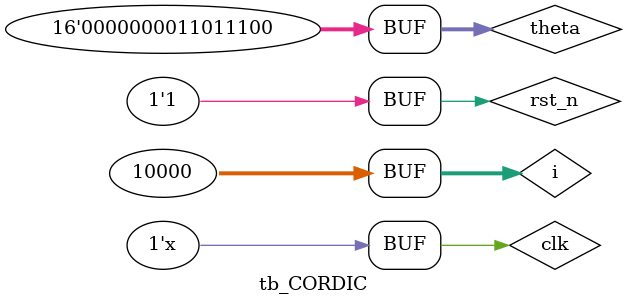
<source format=v>
`timescale 1 ns / 1 ns

module tb_CORDIC ();

  integer i;

  reg clk, rst_n;
  reg [15:0] theta, theta_n;
  wire [15:0] sin_theta, cos_theta;

  reg [15:0] cnt, cnt_n;

  CORDIC CORDIC (
      .clk      (clk),
      .rst_n    (rst_n),
      .theta    (theta),
      .sin_theta(sin_theta),
      .cos_theta(cos_theta)
  );

  always #10 clk = ~clk;

  initial begin
    #0 clk = 1'b0;
    #10 rst_n = 1'b0;
    #10 rst_n = 1'b1;
  end

  initial begin
    #0 theta = 16'd20;
    for (i = 0; i < 10000; i = i + 1) begin
      #400;
      theta <= theta + 16'd200;
    end
  end

endmodule

</source>
